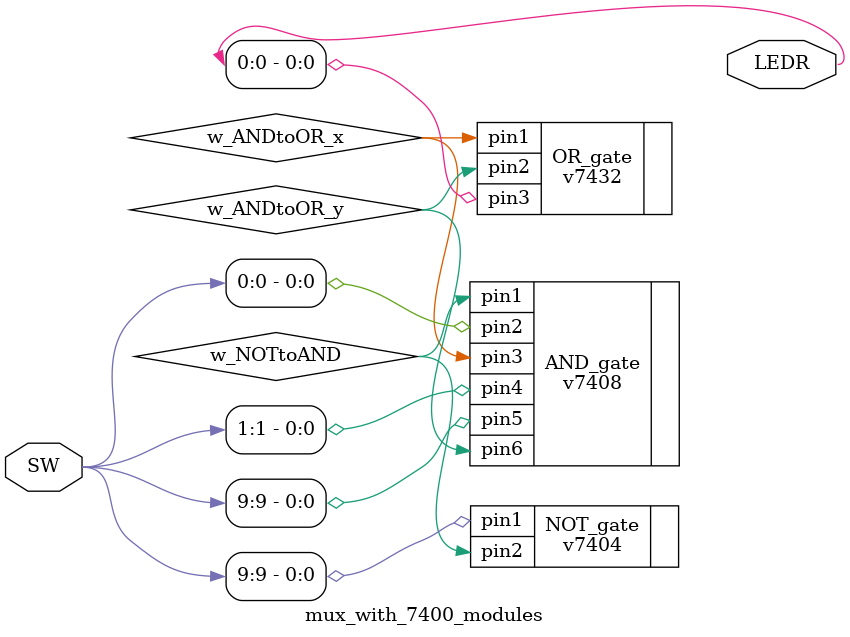
<source format=v>
`timescale 1ns / 1ns // `timescale time_unit/time_precision

module mux_with_7400_modules(LEDR, SW);
	input [9:0] SW;
	output [9:0] LEDR;
	
	// SW[9] is the control signal s
	// SW[0] is the data signal x
	// SW[1] is the data signal y
	// LEDR[0] is the output multiplexed signal
	
	wire w_NOTtoAND;
	wire w_ANDtoOR_x;
	wire w_ANDtoOR_y;

	v7404 NOT_gate(
		.pin1(SW[9]),
		.pin2(w_NOTtoAND)
	);
	
	v7408 AND_gate(
		.pin1(w_NOTtoAND),
		.pin2(SW[0]),
		.pin3(w_ANDtoOR_x),
		.pin4(SW[1]),
		.pin5(SW[9]),
		.pin6(w_ANDtoOR_y)
	);
	
	v7432 OR_gate(
		.pin1(w_ANDtoOR_x),
		.pin2(w_ANDtoOR_y),
		.pin3(LEDR[0])
	);
	
endmodule

</source>
